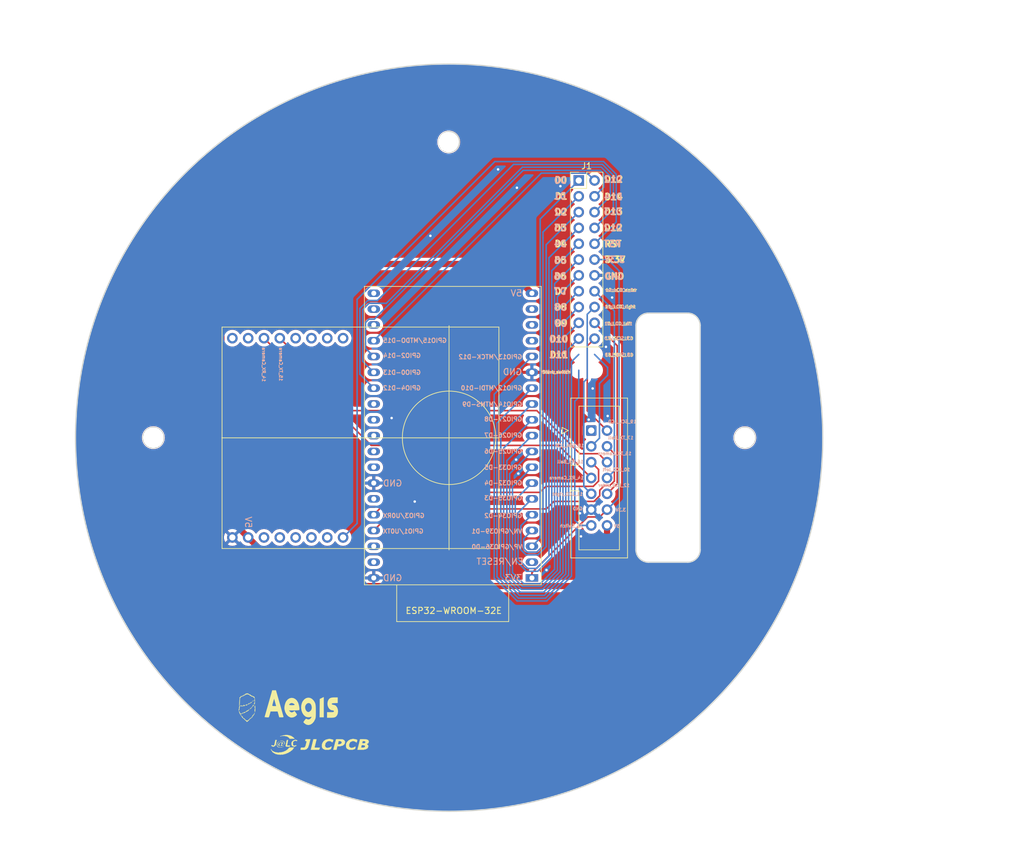
<source format=kicad_pcb>
(kicad_pcb (version 20221018) (generator pcbnew)
  (layers (0 "F.Cu" signal) (31 "B.Cu" signal) (34 "B.Paste" user) (35 "F.Paste" user) (36 "B.SilkS" user "B.Silkscreen") (37 "F.SilkS" user "F.Silkscreen") (38 "B.Mask" user) (39 "F.Mask" user) (44 "Edge.Cuts" user))
  (net 0 "")
  (net 1 "+3.3V")
  (net 3 "D0")
  (net 4 "D1")
  (net 5 "D2")
  (net 6 "D3")
  (net 7 "D4")
  (net 8 "D5")
  (net 9 "D6")
  (net 10 "D7")
  (net 11 "D8")
  (net 12 "D9")
  (net 13 "D10")
  (net 14 "GND")
  (net 15 "D11")
  (net 19 "+5V")
  (net 20 "IR_bored_TX")
  (net 21 "IR_bored_RX")
  (net 23 "D12")
  (net 24 "D13")
  (net 25 "D14")
  (net 26 "D15")
  (net 31 "TX_camera")
  (net 32 "RX_camera")
  (net 35 "RST")
  (net 52 "SCL_LCD")
  (net 53 "SDA_LCD")
  (net 54 "Start_switch")
  (net 55 "Data_IR_sensor")
  (net 56 "LCD-TeensyD10")
  (net 57 "LCD-TeensyD11")
  (net 58 "LCD-TeensyD12")
  (net 59 "IR_Data6_Upside")
  (net 60 "S0")
  (net 61 "S1")
  (net 62 "S2")
  (net 63 "S3")
  (net 64 "E")
  (net 65 "IR_Data1_Upside")
  (net 66 "IR_Data2_Upside")
  (net 67 "IR_Data3_Upside")
  (net 68 "IR_Data4_Upside")
  (net 69 "IR_Data5_Upside")
  (footprint "JLCPCB:JLCPCB" (layer "F.Cu") (at 99.223392 150.081861)
    (fp_text reference "G***" hide)
    (fp_text value "LOGO" hide)
  )
  (footprint "Connector_PinHeader_2.54mm:PinHeader_2x11_P2.54mm_Vertical" (layer "F.Cu") (at 140.8938 59.4106)
    (fp_text reference "J1" (at 1.27 -2.33) (layer "F.SilkS"))
    (fp_text value "Conn_02x11_Odd_Even")
    (pad "1" thru_hole rect (at 0 0) (size 1.7 1.7) (drill 1) (layers "*.Cu" "*.Mask") (net 55 "Data_IR_sensor"))
    (pad "2" thru_hole oval (at 2.54 0) (size 1.7 1.7) (drill 1) (layers "*.Cu" "*.Mask") (net 59 "IR_Data6_Upside"))
    (pad "3" thru_hole oval (at 0 2.54) (size 1.7 1.7) (drill 1) (layers "*.Cu" "*.Mask") (net 60 "S0"))
    (pad "4" thru_hole oval (at 2.54 2.54) (size 1.7 1.7) (drill 1) (layers "*.Cu" "*.Mask") (net 54 "Start_switch"))
    (pad "5" thru_hole oval (at 0 5.08) (size 1.7 1.7) (drill 1) (layers "*.Cu" "*.Mask") (net 61 "S1"))
    (pad "6" thru_hole oval (at 2.54 5.08) (size 1.7 1.7) (drill 1) (layers "*.Cu" "*.Mask") (net 35 "RST"))
    (pad "7" thru_hole oval (at 0 7.62) (size 1.7 1.7) (drill 1) (layers "*.Cu" "*.Mask") (net 62 "S2"))
    (pad "8" thru_hole oval (at 2.54 7.62) (size 1.7 1.7) (drill 1) (layers "*.Cu" "*.Mask") (net 1 "+3.3V"))
    (pad "9" thru_hole oval (at 0 10.16) (size 1.7 1.7) (drill 1) (layers "*.Cu" "*.Mask") (net 63 "S3"))
    (pad "10" thru_hole oval (at 2.54 10.16) (size 1.7 1.7) (drill 1) (layers "*.Cu" "*.Mask") (net 14 "GND"))
    (pad "11" thru_hole oval (at 0 12.7) (size 1.7 1.7) (drill 1) (layers "*.Cu" "*.Mask") (net 64 "E"))
    (pad "12" thru_hole oval (at 2.54 12.7) (size 1.7 1.7) (drill 1) (layers "*.Cu" "*.Mask") (net 56 "LCD-TeensyD10"))
    (pad "13" thru_hole oval (at 0 15.24) (size 1.7 1.7) (drill 1) (layers "*.Cu" "*.Mask") (net 65 "IR_Data1_Upside"))
    (pad "14" thru_hole oval (at 2.54 15.24) (size 1.7 1.7) (drill 1) (layers "*.Cu" "*.Mask") (net 57 "LCD-TeensyD11"))
    (pad "15" thru_hole oval (at 0 17.78) (size 1.7 1.7) (drill 1) (layers "*.Cu" "*.Mask") (net 66 "IR_Data2_Upside"))
    (pad "16" thru_hole oval (at 2.54 17.78) (size 1.7 1.7) (drill 1) (layers "*.Cu" "*.Mask") (net 58 "LCD-TeensyD12"))
    (pad "17" thru_hole oval (at 0 20.32) (size 1.7 1.7) (drill 1) (layers "*.Cu" "*.Mask") (net 67 "IR_Data3_Upside"))
    (pad "18" thru_hole oval (at 2.54 20.32) (size 1.7 1.7) (drill 1) (layers "*.Cu" "*.Mask") (net 52 "SCL_LCD"))
    (pad "19" thru_hole oval (at 0 22.86) (size 1.7 1.7) (drill 1) (layers "*.Cu" "*.Mask") (net 68 "IR_Data4_Upside"))
    (pad "20" thru_hole oval (at 2.54 22.86) (size 1.7 1.7) (drill 1) (layers "*.Cu" "*.Mask") (net 53 "SDA_LCD"))
    (pad "21" thru_hole oval (at 0 25.4) (size 1.7 1.7) (drill 1) (layers "*.Cu" "*.Mask") (net 69 "IR_Data5_Upside"))
    (pad "22" thru_hole oval (at 2.54 25.4) (size 1.7 1.7) (drill 1) (layers "*.Cu" "*.Mask"))
  )
  (footprint "ESP32mod:ESP32-DevKitC" (layer "F.Cu") (at 133.3754 123.2408 180)
    (fp_text reference "ESP1" hide)
    (fp_text value "~" hide)
    (fp_text user "GPIO14/MTMS-D9" (at 1.5 27.88728 unlocked) (layer "B.SilkS") (effects (font (size 0.7 0.7)) (justify left mirror)))
    (fp_text user "GND" (at 1.5 33.08728 unlocked) (layer "B.SilkS") (effects (justify left mirror)))
    (fp_text user "GPIO3/U0RX" (at 24 10 unlocked) (layer "B.SilkS") (effects (font (size 0.7 0.7)) (justify right mirror)))
    (fp_text user "GPIO12/MTDI-D10" (at 1.5 30.5 unlocked) (layer "B.SilkS") (effects (font (size 0.7 0.7)) (justify left mirror)))
    (fp_text user "GPIO35-D3" (at 1.5 12.83728 unlocked) (layer "B.SilkS") (effects (font (size 0.7 0.7)) (justify left mirror)))
    (fp_text user "GPIO26-D7" (at 1.5 22.90728 unlocked) (layer "B.SilkS") (effects (font (size 0.7 0.7)) (justify left mirror)))
    (fp_text user "GPIO25-D6" (at 1.5 20.33728 unlocked) (layer "B.SilkS") (effects (font (size 0.7 0.7)) (justify left mirror)))
    (fp_text user "GPIO4-D12" (at 24 30.5 unlocked) (layer "B.SilkS") (effects (font (size 0.7 0.7)) (justify right mirror)))
    (fp_text user "VN/GPIO39-D1" (at 1.5 7.5 unlocked) (layer "B.SilkS") (effects (font (size 0.7 0.7)) (justify left mirror)))
    (fp_text user "GPIO32-D4" (at 1.5 15.24728 unlocked) (layer "B.SilkS") (effects (font (size 0.7 0.7)) (justify left mirror)))
    (fp_text user "GND" (at 24 15.20728 unlocked) (layer "B.SilkS") (effects (justify right mirror)))
    (fp_text user "GPIO1/U0TX" (at 24 7.5 unlocked) (layer "B.SilkS") (effects (font (size 0.7 0.7)) (justify right mirror)))
    (fp_text user "5V" (at 1.5 45.73728 unlocked) (layer "B.SilkS") (effects (justify left mirror)))
    (fp_text user "3V3" (at 1.5 0 unlocked) (layer "B.SilkS") (effects (justify left mirror)))
    (fp_text user "GPIO15/MTDO-D15" (at 24 38.12728 unlocked) (layer "B.SilkS") (effects (font (size 0.7 0.7)) (justify right mirror)))
    (fp_text user "GPIO13/MTCK-D12" (at 1.5 35.5 unlocked) (layer "B.SilkS") (effects (font (size 0.7 0.7)) (justify left mirror)))
    (fp_text user "GPIO0-D13" (at 24 33 unlocked) (layer "B.SilkS") (effects (font (size 0.7 0.7)) (justify right mirror)))
    (fp_text user "GPIO34-D2" (at 1.5 10 unlocked) (layer "B.SilkS") (effects (font (size 0.7 0.7)) (justify left mirror)))
    (fp_text user "GPIO2-D14" (at 24 35.70728 unlocked) (layer "B.SilkS") (effects (font (size 0.7 0.7)) (justify right mirror)))
    (fp_text user "GPIO27-D8" (at 1.5 25.5 unlocked) (layer "B.SilkS") (effects (font (size 0.7 0.7)) (justify left mirror)))
    (fp_text user "EN/RESET" (at 9 2.63728 unlocked) (layer "B.SilkS") (effects (justify right mirror)))
    (fp_text user "GND" (at 24 0 unlocked) (layer "B.SilkS") (effects (justify right mirror)))
    (fp_text user "VP/GPIO36-D0" (at 1.5 5 unlocked) (layer "B.SilkS") (effects (font (size 0.7 0.7)) (justify left mirror)))
    (fp_text user "GPIO33-D5" (at 1.5 17.74728 unlocked) (layer "B.SilkS") (effects (font (size 0.7 0.7)) (justify left mirror)))
    (pad "1" thru_hole rect (at 0 0 90) (size 1.2 2) (drill 0.8) (layers "*.Cu" "*.Mask") (net 1 "+3.3V"))
    (pad "2" thru_hole oval (at 0 2.54 90) (size 1.2 2) (drill 0.8) (layers "*.Cu" "*.Mask"))
    (pad "3" thru_hole oval (at 0 5.08 90) (size 1.2 2) (drill 0.8) (layers "*.Cu" "*.Mask") (net 3 "D0"))
    (pad "4" thru_hole oval (at 0 7.62 90) (size 1.2 2) (drill 0.8) (layers "*.Cu" "*.Mask") (net 4 "D1"))
    (pad "5" thru_hole oval (at 0 10.16 90) (size 1.2 2) (drill 0.8) (layers "*.Cu" "*.Mask") (net 5 "D2"))
    (pad "6" thru_hole oval (at 0 12.7 90) (size 1.2 2) (drill 0.8) (layers "*.Cu" "*.Mask") (net 6 "D3"))
    (pad "7" thru_hole oval (at 0 15.24 90) (size 1.2 2) (drill 0.8) (layers "*.Cu" "*.Mask") (net 7 "D4"))
    (pad "8" thru_hole oval (at 0 17.78 90) (size 1.2 2) (drill 0.8) (layers "*.Cu" "*.Mask") (net 8 "D5"))
    (pad "9" thru_hole oval (at 0 20.32 90) (size 1.2 2) (drill 0.8) (layers "*.Cu" "*.Mask") (net 9 "D6"))
    (pad "10" thru_hole oval (at 0 22.86 90) (size 1.2 2) (drill 0.8) (layers "*.Cu" "*.Mask") (net 10 "D7"))
    (pad "11" thru_hole oval (at 0 25.4 90) (size 1.2 2) (drill 0.8) (layers "*.Cu" "*.Mask") (net 11 "D8"))
    (pad "12" thru_hole oval (at 0 27.94 90) (size 1.2 2) (drill 0.8) (layers "*.Cu" "*.Mask") (net 12 "D9"))
    (pad "13" thru_hole oval (at 0 30.48 90) (size 1.2 2) (drill 0.8) (layers "*.Cu" "*.Mask") (net 13 "D10"))
    (pad "14" thru_hole oval (at 0 33.02 90) (size 1.2 2) (drill 0.8) (layers "*.Cu" "*.Mask") (net 14 "GND"))
    (pad "15" thru_hole oval (at 0 35.56 90) (size 1.2 2) (drill 0.8) (layers "*.Cu" "*.Mask") (net 15 "D11"))
    (pad "16" thru_hole oval (at 0 38.1 90) (size 1.2 2) (drill 0.8) (layers "*.Cu" "*.Mask"))
    (pad "17" thru_hole oval (at 0 40.64 90) (size 1.2 2) (drill 0.8) (layers "*.Cu" "*.Mask"))
    (pad "18" thru_hole oval (at 0 43.18 90) (size 1.2 2) (drill 0.8) (layers "*.Cu" "*.Mask"))
    (pad "19" thru_hole oval (at 0 45.72 90) (size 1.2 2) (drill 0.8) (layers "*.Cu" "*.Mask") (net 19 "+5V"))
    (pad "20" thru_hole oval (at 25.39632 45.71728 90) (size 1.2 2) (drill 0.8) (layers "*.Cu" "*.Mask"))
    (pad "21" thru_hole oval (at 25.39632 43.17728 90) (size 1.2 2) (drill 0.8) (layers "*.Cu" "*.Mask"))
    (pad "22" thru_hole oval (at 25.4 40.64 90) (size 1.2 2) (drill 0.8) (layers "*.Cu" "*.Mask"))
    (pad "23" thru_hole oval (at 25.4 38.1 90) (size 1.2 2) (drill 0.8) (layers "*.Cu" "*.Mask") (net 26 "D15"))
    (pad "24" thru_hole oval (at 25.4 35.56 90) (size 1.2 2) (drill 0.8) (layers "*.Cu" "*.Mask") (net 25 "D14"))
    (pad "25" thru_hole oval (at 25.4 33.02 90) (size 1.2 2) (drill 0.8) (layers "*.Cu" "*.Mask") (net 24 "D13"))
    (pad "26" thru_hole oval (at 25.4 30.48 90) (size 1.2 2) (drill 0.8) (layers "*.Cu" "*.Mask") (net 23 "D12"))
    (pad "27" thru_hole oval (at 25.4 27.94 90) (size 1.2 2) (drill 0.8) (layers "*.Cu" "*.Mask"))
    (pad "28" thru_hole oval (at 25.4 25.4 90) (size 1.2 2) (drill 0.8) (layers "*.Cu" "*.Mask"))
    (pad "29" thru_hole oval (at 25.4 22.86 90) (size 1.2 2) (drill 0.8) (layers "*.Cu" "*.Mask"))
    (pad "30" thru_hole oval (at 25.4 20.32 90) (size 1.2 2) (drill 0.8) (layers "*.Cu" "*.Mask"))
    (pad "31" thru_hole oval (at 25.4 17.78 90) (size 1.2 2) (drill 0.8) (layers "*.Cu" "*.Mask"))
    (pad "32" thru_hole oval (at 25.4 15.24 90) (size 1.2 2) (drill 0.8) (layers "*.Cu" "*.Mask") (net 14 "GND"))
    (pad "33" thru_hole oval (at 25.4 12.7 90) (size 1.2 2) (drill 0.8) (layers "*.Cu" "*.Mask"))
    (pad "34" thru_hole oval (at 25.4 10.16 90) (size 1.2 2) (drill 0.8) (layers "*.Cu" "*.Mask") (net 21 "IR_bored_RX"))
    (pad "35" thru_hole oval (at 25.4 7.62 90) (size 1.2 2) (drill 0.8) (layers "*.Cu" "*.Mask") (net 20 "IR_bored_TX"))
    (pad "36" thru_hole oval (at 25.4 5.08 90) (size 1.2 2) (drill 0.8) (layers "*.Cu" "*.Mask"))
    (pad "37" thru_hole oval (at 25.4 2.54 90) (size 1.2 2) (drill 0.8) (layers "*.Cu" "*.Mask"))
    (pad "38" thru_hole oval (at 25.4 0 90) (size 1.2 2) (drill 0.8) (layers "*.Cu" "*.Mask") (net 14 "GND"))
  )
  (footprint "MountingHole:MountingHole_3.2mm_M3" (layer "F.Cu") (at 72.58 100.71)
    (fp_text reference "REF**" hide)
    (fp_text value "MountingHole_3.2mm_M3")
    (pad "" np_thru_hole circle (at 0 0) (size 3.2 3.2) (drill 3.2) (layers "F&B.Cu" "*.Mask"))
  )
  (footprint "MountingHole:MountingHole_3.2mm_M3" (layer "F.Cu") (at 120.02 53.23)
    (fp_text reference "REF**" hide)
    (fp_text value "MountingHole_3.2mm_M3")
    (pad "" np_thru_hole circle (at 0 0) (size 3.2 3.2) (drill 3.2) (layers "*.Cu" "*.Mask"))
  )
  (footprint "Connector_IDC:IDC-Header_2x07_P2.54mm_Vertical" (layer "F.Cu") (at 142.9004 99.568)
    (fp_text reference "J2" hide)
    (fp_text value "Conn_02x07_Top_Bottom")
    (pad "1" thru_hole roundrect (at 0 0) (size 1.7 1.7) (drill 1) (layers "*.Cu" "*.Mask") (roundrect_rratio 0.1470588235))
    (pad "2" thru_hole circle (at 2.54 0) (size 1.7 1.7) (drill 1) (layers "*.Cu" "*.Mask") (net 52 "SCL_LCD"))
    (pad "3" thru_hole circle (at 0 2.54) (size 1.7 1.7) (drill 1) (layers "*.Cu" "*.Mask") (net 53 "SDA_LCD"))
    (pad "4" thru_hole circle (at 2.54 2.54) (size 1.7 1.7) (drill 1) (layers "*.Cu" "*.Mask") (net 20 "IR_bored_TX"))
    (pad "5" thru_hole circle (at 0 5.08) (size 1.7 1.7) (drill 1) (layers "*.Cu" "*.Mask") (net 21 "IR_bored_RX"))
    (pad "6" thru_hole circle (at 2.54 5.08) (size 1.7 1.7) (drill 1) (layers "*.Cu" "*.Mask") (net 31 "TX_camera"))
    (pad "7" thru_hole circle (at 0 7.62) (size 1.7 1.7) (drill 1) (layers "*.Cu" "*.Mask") (net 32 "RX_camera"))
    (pad "8" thru_hole circle (at 2.54 7.62) (size 1.7 1.7) (drill 1) (layers "*.Cu" "*.Mask") (net 56 "LCD-TeensyD10"))
    (pad "9" thru_hole circle (at 0 10.16) (size 1.7 1.7) (drill 1) (layers "*.Cu" "*.Mask") (net 57 "LCD-TeensyD11"))
    (pad "10" thru_hole circle (at 2.54 10.16) (size 1.7 1.7) (drill 1) (layers "*.Cu" "*.Mask") (net 58 "LCD-TeensyD12"))
    (pad "11" thru_hole circle (at 0 12.7) (size 1.7 1.7) (drill 1) (layers "*.Cu" "*.Mask") (net 14 "GND"))
    (pad "12" thru_hole circle (at 2.54 12.7) (size 1.7 1.7) (drill 1) (layers "*.Cu" "*.Mask") (net 1 "+3.3V"))
    (pad "13" thru_hole circle (at 0 15.24) (size 1.7 1.7) (drill 1) (layers "*.Cu" "*.Mask") (net 54 "Start_switch"))
    (pad "14" thru_hole circle (at 2.54 15.24) (size 1.7 1.7) (drill 1) (layers "*.Cu" "*.Mask") (net 19 "+5V"))
  )
  (footprint "Aegis:ver4" (layer "F.Cu") (at 93.914792 143.884261)
    (fp_text reference "G***" hide)
    (fp_text value "LOGO" hide)
  )
  (footprint "MountingHole:MountingHole_3.2mm_M3" (layer "F.Cu") (at 167.57 100.72)
    (fp_text reference "REF**" hide)
    (fp_text value "MountingHole_3.2mm_M3")
    (pad "" np_thru_hole circle (at 0 0) (size 3.2 3.2) (drill 3.2) (layers "F&B.Cu" "*.Mask"))
  )
  (footprint "Open_MV:OpenMV" (layer "F.Cu") (at 128.0668 100.7364 -90)
    (fp_text reference "U17" hide)
    (fp_text value "open_mv")
    (pad "1" thru_hole circle (at -16 25.019 270) (size 1.7 1.7) (drill 1) (layers "*.Cu" "*.Mask"))
    (pad "2" thru_hole circle (at -16 27.559 270) (size 1.7 1.7) (drill 1) (layers "*.Cu" "*.Mask"))
    (pad "3" thru_hole circle (at -16 30.099 270) (size 1.7 1.7) (drill 1) (layers "*.Cu" "*.Mask"))
    (pad "4" thru_hole circle (at -16 32.639 270) (size 1.7 1.7) (drill 1) (layers "*.Cu" "*.Mask"))
    (pad "5" thru_hole circle (at -16 35.179 270) (size 1.7 1.7) (drill 1) (layers "*.Cu" "*.Mask") (net 31 "TX_camera"))
    (pad "6" thru_hole circle (at -16 37.719 270) (size 1.7 1.7) (drill 1) (layers "*.Cu" "*.Mask") (net 32 "RX_camera"))
    (pad "7" thru_hole circle (at -16 40.259 270) (size 1.7 1.7) (drill 1) (layers "*.Cu" "*.Mask"))
    (pad "8" thru_hole circle (at -16 42.799 270) (size 1.7 1.7) (drill 1) (layers "*.Cu" "*.Mask"))
    (pad "9" thru_hole circle (at 16 25.019 270) (size 1.7 1.7) (drill 1) (layers "*.Cu" "*.Mask") (net 35 "RST"))
    (pad "10" thru_hole circle (at 16 27.559 270) (size 1.7 1.7) (drill 1) (layers "*.Cu" "*.Mask"))
    (pad "11" thru_hole circle (at 16 30.099 270) (size 1.7 1.7) (drill 1) (layers "*.Cu" "*.Mask"))
    (pad "12" thru_hole circle (at 16 32.639 270) (size 1.7 1.7) (drill 1) (layers "*.Cu" "*.Mask"))
    (pad "13" thru_hole circle (at 16 35.179 270) (size 1.7 1.7) (drill 1) (layers "*.Cu" "*.Mask"))
    (pad "14" thru_hole circle (at 16 37.719 270) (size 1.7 1.7) (drill 1) (layers "*.Cu" "*.Mask"))
    (pad "15" thru_hole circle (at 16 40.259 270) (size 1.7 1.7) (drill 1) (layers "*.Cu" "*.Mask") (net 19 "+5V"))
    (pad "16" thru_hole circle (at 16 42.799 270) (size 1.7 1.7) (drill 1) (layers "*.Cu" "*.Mask") (net 14 "GND"))
  )
  (gr_line (start 160.391289 82.71) (end 160.391289 118.71) (stroke (width 0.2)) (layer "Edge.Cuts"))
  (gr_line (start 150.08 118.71) (end 150.08 82.71) (stroke (width 0.2)) (layer "Edge.Cuts"))
  (gr_circle (center 72.58 100.71) (end 70.93 100.71) (stroke (width 0.2)) (fill none) (layer "Edge.Cuts"))
  (gr_arc (start 160.391289 118.71) (mid 159.805503 120.124214) (end 158.391289 120.71) (stroke (width 0.2)) (layer "Edge.Cuts"))
  (gr_arc (start 150.08 82.71) (mid 150.665786 81.295786) (end 152.08 80.71) (stroke (width 0.2)) (layer "Edge.Cuts"))
  (gr_arc (start 158.391289 80.71) (mid 159.805503 81.295786) (end 160.391289 82.71) (stroke (width 0.2)) (layer "Edge.Cuts"))
  (gr_line (start 158.391289 120.71) (end 152.08 120.71) (stroke (width 0.2)) (layer "Edge.Cuts"))
  (gr_circle (center 120.08 53.21) (end 118.43 53.21) (stroke (width 0.2)) (fill none) (layer "Edge.Cuts"))
  (gr_line (start 152.08 80.71) (end 158.391289 80.71) (stroke (width 0.2)) (layer "Edge.Cuts"))
  (gr_arc (start 152.08 120.71) (mid 150.665786 120.124214) (end 150.08 118.71) (stroke (width 0.2)) (layer "Edge.Cuts"))
  (gr_circle (center 167.58 100.71) (end 165.93 100.71) (stroke (width 0.2)) (fill none) (layer "Edge.Cuts"))
  (gr_circle (center 120.08 100.71) (end 60.08 100.71) (stroke (width 0.2)) (fill none) (layer "Edge.Cuts"))
  (gr_text "15_TX_Camera" (at 149.4286 103.5444) (layer "B.SilkS") (effects (font (size 0.5 0.5) (thickness 0.125) bold) (justify left bottom mirror)))
  (gr_text "D14" (at 148.0566 62.611) (layer "B.SilkS") (effects (font (size 1 1) (thickness 0.25) bold) (justify left bottom mirror)))
  (gr_text "D6" (at 139.0142 75.3872) (layer "B.SilkS") (effects (font (size 1 1) (thickness 0.25) bold) (justify left bottom mirror)))
  (gr_text "11_LCD_right\n" (at 150.0378 79.9592) (layer "B.SilkS") (effects (font (size 0.5 0.5) (thickness 0.125) bold) (justify left bottom mirror)))
  (gr_text "17_TX_Ball" (at 149.7486 101.0244) (layer "B.SilkS") (effects (font (size 0.5 0.5) (thickness 0.125) bold) (justify left bottom mirror)))
  (gr_text "D12" (at 148.0058 67.5894) (layer "B.SilkS") (effects (font (size 1 1) (thickness 0.25) bold) (justify left bottom mirror)))
  (gr_text "D13\n" (at 148.0058 64.9732) (layer "B.SilkS") (effects (font (size 1 1) (thickness 0.25) bold) (justify left bottom mirror)))
  (gr_text "11_LCD_right\n" (at 141.6086 110.0644) (layer "B.SilkS") (effects (font (size 0.5 0.5) (thickness 0.125) bold) (justify left bottom mirror)))
  (gr_text "15_TX_Camera" (at 92.7608 91.694 -90) (layer "B.SilkS") (effects (font (size 0.5 0.5) (thickness 0.125) bold) (justify left bottom mirror)))
  (gr_text "Start_switch" (at 139.3952 90.4494) (layer "B.SilkS") (effects (font (size 0.5 0.5) (thickness 0.125) bold) (justify left bottom mirror)))
  (gr_text "16_RX_Ball" (at 141.7086 104.8744) (layer "B.SilkS") (effects (font (size 0.5 0.5) (thickness 0.125) bold) (justify left bottom mirror)))
  (gr_text "D10" (at 139.2428 85.471) (layer "B.SilkS") (effects (font (size 1 1) (thickness 0.25) bold) (justify left bottom mirror)))
  (gr_text "D4" (at 139.065 70.1548) (layer "B.SilkS") (effects (font (size 1 1) (thickness 0.25) bold) (justify left bottom mirror)))
  (gr_text "23_Switch\n" (at 141.6786 115.1644) (layer "B.SilkS") (effects (font (size 0.5 0.5) (thickness 0.125) bold) (justify left bottom mirror)))
  (gr_text "14_RX_Camera" (at 141.7486 107.4544) (layer "B.SilkS") (effects (font (size 0.5 0.5) (thickness 0.125) bold) (justify left bottom mirror)))
  (gr_text "10_LCD_left\n" (at 149.5806 82.7024) (layer "B.SilkS") (effects (font (size 0.5 0.5) (thickness 0.125) bold) (justify left bottom mirror)))
  (gr_text "D12" (at 148.0312 59.817) (layer "B.SilkS") (effects (font (size 1 1) (thickness 0.25) bold) (justify left bottom mirror)))
  (gr_text "19_SCL_LCD" (at 149.5806 85.0392) (layer "B.SilkS") (effects (font (size 0.5 0.5) (thickness 0.125) bold) (justify left bottom mirror)))
  (gr_text "D5" (at 139.065 72.7964) (layer "B.SilkS") (effects (font (size 1 1) (thickness 0.25) bold) (justify left bottom mirror)))
  (gr_text "D8" (at 139.065 80.3402) (layer "B.SilkS") (effects (font (size 1 1) (thickness 0.25) bold) (justify left bottom mirror)))
  (gr_text "18_SDA_LCD" (at 141.7886 102.2744) (layer "B.SilkS") (effects (font (size 0.5 0.5) (thickness 0.125) bold) (justify left bottom mirror)))
  (gr_text "RST\n" (at 147.8534 70.1548) (layer "B.SilkS") (effects (font (size 1 1) (thickness 0.25) bold) (justify left bottom mirror)))
  (gr_text "12_LCD_enter\n" (at 149.1286 108.6644) (layer "B.SilkS") (effects (font (size 0.5 0.5) (thickness 0.125) bold) (justify left bottom mirror)))
  (gr_text "D9" (at 139.0904 82.931) (layer "B.SilkS") (effects (font (size 1 1) (thickness 0.25) bold) (justify left bottom mirror)))
  (gr_text "18_SDA_LCD" (at 149.6822 87.6808) (layer "B.SilkS") (effects (font (size 0.5 0.5) (thickness 0.125) bold) (justify left bottom mirror)))
  (gr_text "GND" (at 141.5686 112.4144) (layer "B.SilkS") (effects (font (size 0.5 0.5) (thickness 0.125) bold) (justify left bottom mirror)))
  (gr_text "GND" (at 148.2344 75.3872) (layer "B.SilkS") (effects (font (size 1 1) (thickness 0.25) bold) (justify left bottom mirror)))
  (gr_text "D11" (at 139.2174 87.9856) (layer "B.SilkS") (effects (font (size 1 1) (thickness 0.25) bold) (justify left bottom mirror)))
  (gr_text "10_LCD_left\n" (at 149.2086 106.1344) (layer "B.SilkS") (effects (font (size 0.5 0.5) (thickness 0.125) bold) (justify left bottom mirror)))
  (gr_text "D0" (at 139.0904 59.9694) (layer "B.SilkS") (effects (font (size 1 1) (thickness 0.25) bold) (justify left bottom mirror)))
  (gr_text "12_LCD_enter\n" (at 150.2156 77.3176) (layer "B.SilkS") (effects (font (size 0.5 0.5) (thickness 0.125) bold) (justify left bottom mirror)))
  (gr_text "D2" (at 139.0904 65.1002) (layer "B.SilkS") (effects (font (size 1 1) (thickness 0.25) bold) (justify left bottom mirror)))
  (gr_text "5V" (at 147.5486 115.2144) (layer "B.SilkS") (effects (font (size 0.5 0.5) (thickness 0.125) bold) (justify left bottom mirror)))
  (gr_text "D7" (at 139.0396 77.7748) (layer "B.SilkS") (effects (font (size 1 1) (thickness 0.25) bold) (justify left bottom mirror)))
  (gr_text "D3" (at 139.065 67.6148) (layer "B.SilkS") (effects (font (size 1 1) (thickness 0.25) bold) (justify left bottom mirror)))
  (gr_text "14_RX_Camera" (at 90.0176 91.7956 -90) (layer "B.SilkS") (effects (font (size 0.5 0.5) (thickness 0.125) bold) (justify left bottom mirror)))
  (gr_text "3.3V" (at 148.4376 72.6948) (layer "B.SilkS") (effects (font (size 1 1) (thickness 0.25) bold) (justify left bottom mirror)))
  (gr_text "3.3V" (at 148.5386 112.6044) (layer "B.SilkS") (effects (font (size 0.5 0.5) (thickness 0.125) bold) (justify left bottom mirror)))
  (gr_text "19_SCL_LCD" (at 150.2286 98.4344) (layer "B.SilkS") (effects (font (size 0.5 0.5) (thickness 0.125) bold) (justify left bottom mirror)))
  (gr_text "D1\n" (at 139.0142 62.5094) (layer "B.SilkS") (effects (font (size 1 1) (thickness 0.25) bold) (justify left bottom mirror)))
  (gr_text "5V" (at 87.8332 115.2906 -90) (layer "B.SilkS") (effects (font (size 1 1)) (justify left mirror)))
  (gr_text "D1\n" (at 136.9314 62.5348) (layer "F.SilkS") (effects (font (size 1 1) (thickness 0.25) bold) (justify left bottom)))
  (gr_text "D9" (at 136.9314 82.931) (layer "F.SilkS") (effects (font (size 1 1) (thickness 0.25) bold) (justify left bottom)))
  (gr_text "D3" (at 136.8298 67.6148) (layer "F.SilkS") (effects (font (size 1 1) (thickness 0.25) bold) (justify left bottom)))
  (gr_text "D11" (at 136.0932 88.011) (layer "F.SilkS") (effects (font (size 1 1) (thickness 0.25) bold) (justify left bottom)))
  (gr_text "D12" (at 144.8308 67.5894) (layer "F.SilkS") (effects (font (size 1 1) (thickness 0.25) bold) (justify left bottom)))
  (gr_text "12_LCD_enter\n" (at 145.1356 77.2922) (layer "F.SilkS") (effects (font (size 0.5 0.5) (thickness 0.125) bold) (justify left bottom)))
  (gr_text "D8" (at 136.8806 80.3402) (layer "F.SilkS") (effects (font (size 1 1) (thickness 0.25) bold) (justify left bottom)))
  (gr_text "Start_switch" (at 134.9756 90.4748) (layer "F.SilkS") (effects (font (size 0.5 0.5) (thickness 0.125) bold) (justify left bottom)))
  (gr_text "18_SDA_LCD" (at 145.0594 87.7316) (layer "F.SilkS") (effects (font (size 0.5 0.5) (thickness 0.125) bold) (justify left bottom)))
  (gr_text "D0" (at 136.8806 59.944) (layer "F.SilkS") (effects (font (size 1 1) (thickness 0.25) bold) (justify left bottom)))
  (gr_text "3.3V" (at 144.9324 72.6948) (layer "F.SilkS") (effects (font (size 1 1) (thickness 0.25) bold) (justify left bottom)))
  (gr_text "GND" (at 144.9578 75.3872) (layer "F.SilkS") (effects (font (size 1 1) (thickness 0.25) bold) (justify left bottom)))
  (gr_text "11_LCD_right\n" (at 145.0848 79.9846) (layer "F.SilkS") (effects (font (size 0.5 0.5) (thickness 0.125) bold) (justify left bottom)))
  (gr_text "D5" (at 136.8298 72.8218) (layer "F.SilkS") (effects (font (size 1 1) (thickness 0.25) bold) (justify left bottom)))
  (gr_text "D4" (at 136.8806 70.1802) (layer "F.SilkS") (effects (font (size 1 1) (thickness 0.25) bold) (justify left bottom)))
  (gr_text "RST\n" (at 144.8562 70.1802) (layer "F.SilkS") (effects (font (size 1 1) (thickness 0.25) bold) (justify left bottom)))
  (gr_text "D10" (at 136.0932 85.471) (layer "F.SilkS") (effects (font (size 1 1) (thickness 0.25) bold) (justify left bottom)))
  (gr_text "D6" (at 136.8298 75.3872) (layer "F.SilkS") (effects (font (size 1 1) (thickness 0.25) bold) (justify left bottom)))
  (gr_text "D7" (at 136.8806 77.8002) (layer "F.SilkS") (effects (font (size 1 1) (thickness 0.25) bold) (justify left bottom)))
  (gr_text "D14" (at 144.8816 62.6364) (layer "F.SilkS") (effects (font (size 1 1) (thickness 0.25) bold) (justify left bottom)))
  (gr_text "D13\n" (at 144.8562 64.9986) (layer "F.SilkS") (effects (font (size 1 1) (thickness 0.25) bold) (justify left bottom)))
  (gr_text "D12" (at 144.8816 59.817) (layer "F.SilkS") (effects (font (size 1 1) (thickness 0.25) bold) (justify left bottom)))
  (gr_text "10_LCD_left\n" (at 144.9578 82.7024) (layer "F.SilkS") (effects (font (size 0.5 0.5) (thickness 0.125) bold) (justify left bottom)))
  (gr_text "D2" (at 136.906 65.0494) (layer "F.SilkS") (effects (font (size 1 1) (thickness 0.25) bold) (justify left bottom)))
  (gr_text "ESP32-WROOM-32E\n" (at 120.8278 128.4986) (layer "F.SilkS") (effects (font (size 1 1))))
  (gr_text "19_SCL_LCD" (at 145.0594 85.0646) (layer "F.SilkS") (effects (font (size 0.5 0.5) (thickness 0.125) bold) (justify left bottom)))
  (segment (start 142.341348 113.443) (end 133.3754 122.408948) (width 0.25) (layer "F.Cu") (net 1))
  (segment (start 145.4404 112.268) (end 144.2654 113.443) (width 0.25) (layer "F.Cu") (net 1))
  (segment (start 144.2654 113.443) (end 142.341348 113.443) (width 0.25) (layer "F.Cu") (net 1))
  (segment (start 133.3754 122.408948) (end 133.3754 123.2408) (width 0.25) (layer "F.Cu") (net 1))
  (segment (start 147.3708 73.914) (end 147.3708 110.3376) (width 0.25) (layer "B.Cu") (net 1))
  (segment (start 143.4338 72.1106) (end 145.5674 72.1106) (width 0.25) (layer "B.Cu") (net 1))
  (segment (start 145.5674 72.1106) (end 147.3708 73.914) (width 0.25) (layer "B.Cu") (net 1))
  (segment (start 147.3708 110.3376) (end 145.4404 112.268) (width 0.25) (layer "B.Cu") (net 1))
  (segment (start 134.7004 65.604) (end 134.7004 66.5184) (width 0.25) (layer "B.Cu") (net 3))
  (segment (start 134.7004 66.5184) (end 134.7004 116.8358) (width 0.25) (layer "B.Cu") (net 3))
  (segment (start 134.7004 116.8358) (end 133.3754 118.1608) (width 0.25) (layer "B.Cu") (net 3))
  (segment (start 140.8938 59.4106) (end 134.7004 65.604) (width 0.25) (layer "B.Cu") (net 3))
  (segment (start 132.0504 116.9458) (end 132.0504 118.543948) (width 0.25) (layer "B.Cu") (net 4))
  (segment (start 135.1504 118.093948) (end 135.1504 68.6084) (width 0.25) (layer "B.Cu") (net 4))
  (segment (start 133.3754 115.6208) (end 132.0504 116.9458) (width 0.25) (layer "B.Cu") (net 4))
  (segment (start 135.1504 67.694) (end 135.1504 68.6084) (width 0.25) (layer "B.Cu") (net 4))
  (segment (start 134.158548 119.0858) (end 135.1504 118.093948) (width 0.25) (layer "B.Cu") (net 4))
  (segment (start 132.0504 118.543948) (end 132.592252 119.0858) (width 0.25) (layer "B.Cu") (net 4))
  (segment (start 140.8938 61.9506) (end 135.1504 67.694) (width 0.25) (layer "B.Cu") (net 4))
  (segment (start 132.592252 119.0858) (end 134.158548 119.0858) (width 0.25) (layer "B.Cu") (net 4))
  (segment (start 131.6004 114.8558) (end 133.3754 113.0808) (width 0.25) (layer "B.Cu") (net 5))
  (segment (start 134.344944 119.5358) (end 132.405856 119.5358) (width 0.25) (layer "B.Cu") (net 5))
  (segment (start 135.6614 70.6374) (end 135.6614 70.9168) (width 0.25) (layer "B.Cu") (net 5))
  (segment (start 135.6614 69.723) (end 135.6614 70.9168) (width 0.25) (layer "B.Cu") (net 5))
  (segment (start 135.6614 70.9168) (end 135.6614 118.219344) (width 0.25) (layer "B.Cu") (net 5))
  (segment (start 135.6614 118.219344) (end 134.344944 119.5358) (width 0.25) (layer "B.Cu") (net 5))
  (segment (start 132.405856 119.5358) (end 131.6004 118.730344) (width 0.25) (layer "B.Cu") (net 5))
  (segment (start 131.6004 118.730344) (end 131.6004 114.8558) (width 0.25) (layer "B.Cu") (net 5))
  (segment (start 140.8938 64.4906) (end 135.6614 69.723) (width 0.25) (layer "B.Cu") (net 5))
  (segment (start 131.1504 112.7658) (end 131.1504 120.183948) (width 0.25) (layer "B.Cu") (net 6))
  (segment (start 136.1114 119.7174) (end 136.1114 72.7274) (width 0.25) (layer "B.Cu") (net 6))
  (segment (start 132.683252 121.7168) (end 134.112 121.7168) (width 0.25) (layer "B.Cu") (net 6))
  (segment (start 131.1504 120.183948) (end 132.683252 121.7168) (width 0.25) (layer "B.Cu") (net 6))
  (segment (start 133.3754 110.5408) (end 131.1504 112.7658) (width 0.25) (layer "B.Cu") (net 6))
  (segment (start 140.8938 67.0306) (end 136.1114 71.813) (width 0.25) (layer "B.Cu") (net 6))
  (segment (start 136.1114 71.813) (end 136.1114 72.7274) (width 0.25) (layer "B.Cu") (net 6))
  (segment (start 134.112 121.7168) (end 136.1114 119.7174) (width 0.25) (layer "B.Cu") (net 6))
  (segment (start 136.5614 119.903796) (end 134.298396 122.1668) (width 0.25) (layer "B.Cu") (net 7))
  (segment (start 136.5614 73.903) (end 136.5614 74.8174) (width 0.25) (layer "B.Cu") (net 7))
  (segment (start 130.7004 120.370344) (end 130.7004 110.6758) (width 0.25) (layer "B.Cu") (net 7))
  (segment (start 134.298396 122.1668) (end 132.496856 122.1668) (width 0.25) (layer "B.Cu") (net 7))
  (segment (start 136.5614 74.8174) (end 136.5614 119.903796) (width 0.25) (layer "B.Cu") (net 7))
  (segment (start 130.7004 110.6758) (end 133.3754 108.0008) (width 0.25) (layer "B.Cu") (net 7))
  (segment (start 140.8938 69.5706) (end 136.5614 73.903) (width 0.25) (layer "B.Cu") (net 7))
  (segment (start 132.496856 122.1668) (end 130.7004 120.370344) (width 0.25) (layer "B.Cu") (net 7))
  (segment (start 137.0114 75.993) (end 137.0114 76.9074) (width 0.25) (layer "B.Cu") (net 8))
  (segment (start 137.0114 121.8548) (end 137.0114 76.9074) (width 0.25) (layer "B.Cu") (net 8))
  (segment (start 132.0504 124.1658) (end 134.7004 124.1658) (width 0.25) (layer "B.Cu") (net 8))
  (segment (start 140.8938 72.1106) (end 137.0114 75.993) (width 0.25) (layer "B.Cu") (net 8))
  (segment (start 130.2504 122.3658) (end 132.0504 124.1658) (width 0.25) (layer "B.Cu") (net 8))
  (segment (start 134.7004 124.1658) (end 137.0114 121.8548) (width 0.25) (layer "B.Cu") (net 8))
  (segment (start 133.3754 105.4608) (end 130.2504 108.5858) (width 0.25) (layer "B.Cu") (net 8))
  (segment (start 130.2504 108.5858) (end 130.2504 122.3658) (width 0.25) (layer "B.Cu") (net 8))
  (segment (start 140.8938 74.6506) (end 137.4614 78.083) (width 0.25) (layer "B.Cu") (net 9))
  (segment (start 134.886796 124.6158) (end 131.864004 124.6158) (width 0.25) (layer "B.Cu") (net 9))
  (segment (start 137.4614 78.083) (end 137.4614 78.9974) (width 0.25) (layer "B.Cu") (net 9))
  (segment (start 129.8004 122.552196) (end 129.8004 106.4958) (width 0.25) (layer "B.Cu") (net 9))
  (segment (start 137.4614 78.9974) (end 137.4614 122.041196) (width 0.25) (layer "B.Cu") (net 9))
  (segment (start 129.8004 106.4958) (end 133.3754 102.9208) (width 0.25) (layer "B.Cu") (net 9))
  (segment (start 137.4614 122.041196) (end 134.886796 124.6158) (width 0.25) (layer "B.Cu") (net 9))
  (segment (start 131.864004 124.6158) (end 129.8004 122.552196) (width 0.25) (layer "B.Cu") (net 9))
  (segment (start 133.3754 100.3808) (end 129.3504 104.4058) (width 0.25) (layer "B.Cu") (net 10))
  (segment (start 135.073192 125.0658) (end 137.9114 122.227592) (width 0.25) (layer "B.Cu") (net 10))
  (segment (start 140.8938 77.1906) (end 137.9114 80.173) (width 0.25) (layer "B.Cu") (net 10))
  (segment (start 131.677608 125.0658) (end 135.073192 125.0658) (width 0.25) (layer "B.Cu") (net 10))
  (segment (start 129.3504 122.738592) (end 131.677608 125.0658) (width 0.25) (layer "B.Cu") (net 10))
  (segment (start 137.9114 122.227592) (end 137.9114 81.0874) (width 0.25) (layer "B.Cu") (net 10))
  (segment (start 137.9114 80.173) (end 137.9114 81.0874) (width 0.25) (layer "B.Cu") (net 10))
  (segment (start 129.3504 104.4058) (end 129.3504 122.738592) (width 0.25) (layer "B.Cu") (net 10))
  (segment (start 128.8288 102.3874) (end 133.3754 97.8408) (width 0.25) (layer "B.Cu") (net 11))
  (segment (start 131.502212 125.5268) (end 128.8288 122.853388) (width 0.25) (layer "B.Cu") (net 11))
  (segment (start 128.8288 122.853388) (end 128.8288 102.3874) (width 0.25) (layer "B.Cu") (net 11))
  (segment (start 138.3614 122.413988) (end 135.248588 125.5268) (width 0.25) (layer "B.Cu") (net 11))
  (segment (start 138.3614 82.263) (end 138.3614 122.413988) (width 0.25) (layer "B.Cu") (net 11))
  (segment (start 135.248588 125.5268) (end 131.502212 125.5268) (width 0.25) (layer "B.Cu") (net 11))
  (segment (start 140.8938 79.7306) (end 138.3614 82.263) (width 0.25) (layer "B.Cu") (net 11))
  (segment (start 128.3788 123.039784) (end 128.3788 100.2974) (width 0.25) (layer "B.Cu") (net 12))
  (segment (start 135.376984 126.0348) (end 131.373816 126.0348) (width 0.25) (layer "B.Cu") (net 12))
  (segment (start 138.8114 84.353) (end 138.8114 85.5726) (width 0.25) (layer "B.Cu") (net 12))
  (segment (start 131.373816 126.0348) (end 128.3788 123.039784) (width 0.25) (layer "B.Cu") (net 12))
  (segment (start 138.8114 85.2674) (end 138.8114 85.5726) (width 0.25) (layer "B.Cu") (net 12))
  (segment (start 138.8114 122.600384) (end 135.376984 126.0348) (width 0.25) (layer "B.Cu") (net 12))
  (segment (start 138.8114 85.5726) (end 138.8114 122.600384) (width 0.25) (layer "B.Cu") (net 12))
  (segment (start 140.8938 82.2706) (end 138.8114 84.353) (width 0.25) (layer "B.Cu") (net 12))
  (segment (start 128.3788 100.2974) (end 133.3754 95.3008) (width 0.25) (layer "B.Cu") (net 12))
  (segment (start 139.2614 86.443) (end 139.2614 122.78678) (width 0.25) (layer "B.Cu") (net 13))
  (segment (start 127.762 98.3742) (end 133.3754 92.7608) (width 0.25) (layer "B.Cu") (net 13))
  (segment (start 131.18742 126.4848) (end 127.762 123.05938) (width 0.25) (layer "B.Cu") (net 13))
  (segment (start 139.2614 122.78678) (end 135.56338 126.4848) (width 0.25) (layer "B.Cu") (net 13))
  (segment (start 127.762 123.05938) (end 127.762 98.3742) (width 0.25) (layer "B.Cu") (net 13))
  (segment (start 140.8938 84.8106) (end 139.2614 86.443) (width 0.25) (layer "B.Cu") (net 13))
  (segment (start 135.56338 126.4848) (end 131.18742 126.4848) (width 0.25) (layer "B.Cu") (net 13))
  (via (at 114.554 110.9726) (size 0.8) (drill 0.4) (layers "F.Cu" "B.Cu") (net 14))
  (via (at 137.9474 60.325) (size 0.8) (drill 0.4) (layers "F.Cu" "B.Cu") (net 14))
  (via (at 142.494 97.8154) (size 0.8) (drill 0.4) (layers "F.Cu" "B.Cu") (net 14))
  (via (at 131.191 106.4768) (size 0.8) (drill 0.4) (layers "F.Cu" "B.Cu") (net 14))
  (via (at 110.8456 97.5614) (size 0.8) (drill 0.4) (layers "F.Cu" "B.Cu") (net 14))
  (via (at 117.0686 68.3006) (size 0.8) (drill 0.4) (layers "F.Cu" "B.Cu") (net 14))
  (via (at 146.2532 78.2066) (size 0.8) (drill 0.4) (layers "F.Cu" "B.Cu") (net 14))
  (via (at 141.097 112.8522) (size 0.8) (drill 0.4) (layers "F.Cu" "B.Cu") (net 14))
  (via (at 145.542 97.2312) (size 0.8) (drill 0.4) (layers "F.Cu" "B.Cu") (net 14))
  (via (at 130.9624 60.579) (size 0.8) (drill 0.4) (layers "F.Cu" "B.Cu") (net 14))
  (via (at 135.7122 121.9708) (size 0.8) (drill 0.4) (layers "F.Cu" "B.Cu") (net 14))
  (via (at 141.2494 116.5606) (size 0.8) (drill 0.4) (layers "F.Cu" "B.Cu") (net 14))
  (via (at 145.2626 86.1314) (size 0.8) (drill 0.4) (layers "F.Cu" "B.Cu") (net 14))
  (via (at 143.129 92.8116) (size 0.8) (drill 0.4) (layers "F.Cu" "B.Cu") (net 14))
  (via (at 127.9398 57.6326) (size 0.8) (drill 0.4) (layers "F.Cu" "B.Cu") (net 14))
  (via (at 130.8354 104.2416) (size 0.8) (drill 0.4) (layers "F.Cu" "B.Cu") (net 14))
  (segment (start 131.001024 126.9348) (end 127.312 123.245776) (width 0.25) (layer "B.Cu") (net 15))
  (segment (start 127.312 123.245776) (end 127.312 93.7442) (width 0.25) (layer "B.Cu") (net 15))
  (segment (start 135.749776 126.9348) (end 131.001024 126.9348) (width 0.25) (layer "B.Cu") (net 15))
  (segment (start 140.8938 87.3506) (end 139.7188 88.5256) (width 0.25) (layer "B.Cu") (net 15))
  (segment (start 139.7188 122.965776) (end 135.749776 126.9348) (width 0.25) (layer "B.Cu") (net 15))
  (segment (start 139.7188 88.5256) (end 139.7188 122.965776) (width 0.25) (layer "B.Cu") (net 15))
  (segment (start 127.312 93.7442) (end 133.3754 87.6808) (width 0.25) (layer "B.Cu") (net 15))
  (segment (start 95.6122 124.5408) (end 144.369 124.5408) (width 1) (layer "F.Cu") (net 19))
  (segment (start 133.3754 77.5208) (end 128.6764 72.8218) (width 1) (layer "F.Cu") (net 19))
  (segment (start 83.5152 82.2452) (end 83.5152 112.4438) (width 1) (layer "F.Cu") (net 19))
  (segment (start 87.8078 116.7364) (end 95.6122 124.5408) (width 1) (layer "F.Cu") (net 19))
  (segment (start 144.369 124.5408) (end 145.4404 123.4694) (width 1) (layer "F.Cu") (net 19))
  (segment (start 92.9386 72.8218) (end 83.5152 82.2452) (width 1) (layer "F.Cu") (net 19))
  (segment (start 83.5152 112.4438) (end 87.8078 116.7364) (width 1) (layer "F.Cu") (net 19))
  (segment (start 145.4404 114.808) (end 145.4404 123.4694) (width 1) (layer "F.Cu") (net 19))
  (segment (start 128.6764 72.8218) (end 92.9386 72.8218) (width 1) (layer "F.Cu") (net 19))
  (segment (start 146.6154 103.283) (end 145.4404 102.108) (width 0.25) (layer "F.Cu") (net 20))
  (segment (start 146.6154 107.674701) (end 146.6154 103.283) (width 0.25) (layer "F.Cu") (net 20))
  (segment (start 107.9754 115.6208) (end 111.4404 112.1558) (width 0.25) (layer "F.Cu") (net 20))
  (segment (start 143.342901 110.9472) (end 144.2654 110.024701) (width 0.25) (layer "F.Cu") (net 20))
  (segment (start 144.2654 109.157) (end 145.0594 108.363) (width 0.25) (layer "F.Cu") (net 20))
  (segment (start 144.2654 110.024701) (end 144.2654 109.157) (width 0.25) (layer "F.Cu") (net 20))
  (segment (start 136.906 110.9472) (end 143.342901 110.9472) (width 0.25) (layer "F.Cu") (net 20))
  (segment (start 145.0594 108.363) (end 145.927101 108.363) (width 0.25) (layer "F.Cu") (net 20))
  (segment (start 145.927101 108.363) (end 146.6154 107.674701) (width 0.25) (layer "F.Cu") (net 20))
  (segment (start 135.6974 112.1558) (end 136.906 110.9472) (width 0.25) (layer "F.Cu") (net 20))
  (segment (start 111.4404 112.1558) (end 135.6974 112.1558) (width 0.25) (layer "F.Cu") (net 20))
  (segment (start 111.5568 109.4994) (end 107.9754 113.0808) (width 0.25) (layer "F.Cu") (net 21))
  (segment (start 144.0754 105.823) (end 144.0754 107.674701) (width 0.25) (layer "F.Cu") (net 21))
  (segment (start 134.651748 109.4994) (end 111.5568 109.4994) (width 0.25) (layer "F.Cu") (net 21))
  (segment (start 142.9004 104.648) (end 144.0754 105.823) (width 0.25) (layer "F.Cu") (net 21))
  (segment (start 143.215901 108.5342) (end 135.616948 108.5342) (width 0.25) (layer "F.Cu") (net 21))
  (segment (start 135.616948 108.5342) (end 134.651748 109.4994) (width 0.25) (layer "F.Cu") (net 21))
  (segment (start 144.0754 107.674701) (end 143.215901 108.5342) (width 0.25) (layer "F.Cu") (net 21))
  (segment (start 144.699093 56.827) (end 130.42112 56.827) (width 0.25) (layer "B.Cu") (net 23))
  (segment (start 146.4564 58.584307) (end 144.699093 56.827) (width 0.25) (layer "B.Cu") (net 23))
  (segment (start 107.009536 78.68852) (end 105.7504 79.947656) (width 0.25) (layer "B.Cu") (net 23))
  (segment (start 105.7504 90.5358) (end 107.9754 92.7608) (width 0.25) (layer "B.Cu") (net 23))
  (segment (start 146.4564 64.008) (end 146.4564 58.584307) (width 0.25) (layer "B.Cu") (net 23))
  (segment (start 130.42112 56.827) (end 108.5596 78.68852) (width 0.25) (layer "B.Cu") (net 23))
  (segment (start 143.4338 67.0306) (end 146.4564 64.008) (width 0.25) (layer "B.Cu") (net 23))
  (segment (start 105.7504 79.947656) (end 105.7504 90.5358) (width 0.25) (layer "B.Cu") (net 23))
  (segment (start 108.5596 78.68852) (end 107.009536 78.68852) (width 0.25) (layer "B.Cu") (net 23))
  (segment (start 145.9732 59.3598) (end 145.9732 61.9512) (width 0.25) (layer "B.Cu") (net 24))
  (segment (start 144.512697 57.277) (end 145.9732 58.737503) (width 0.25) (layer "B.Cu") (net 24))
  (segment (start 131.839404 57.277) (end 144.512697 57.277) (width 0.25) (layer "B.Cu") (net 24))
  (segment (start 106.2004 80.134052) (end 107.195932 79.13852) (width 0.25) (layer "B.Cu") (net 24))
  (segment (start 145.9732 61.9512) (end 143.4338 64.4906) (width 0.25) (layer "B.Cu") (net 24))
  (segment (start 107.9754 90.2208) (end 106.2004 88.4458) (width 0.25) (layer "B.Cu") (net 24))
  (segment (start 109.977884 79.13852) (end 131.839404 57.277) (width 0.25) (layer "B.Cu") (net 24))
  (segment (start 107.195932 79.13852) (end 109.977884 79.13852) (width 0.25) (layer "B.Cu") (net 24))
  (segment (start 145.9732 58.737503) (end 145.9732 59.3598) (width 0.25) (layer "B.Cu") (net 24))
  (segment (start 106.2004 88.4458) (end 106.2004 80.134052) (width 0.25) (layer "B.Cu") (net 24))
  (segment (start 106.6504 86.3558) (end 107.9754 87.6808) (width 0.25) (layer "B.Cu") (net 25))
  (segment (start 107.192252 81.6758) (end 106.6504 82.217652) (width 0.25) (layer "B.Cu") (net 25))
  (segment (start 144.925051 58.325749) (end 144.384901 57.7856) (width 0.25) (layer "B.Cu") (net 25))
  (segment (start 144.925051 60.459349) (end 144.925051 58.325749) (width 0.25) (layer "B.Cu") (net 25))
  (segment (start 108.077 81.6758) (end 107.192252 81.6758) (width 0.25) (layer "B.Cu") (net 25))
  (segment (start 131.9672 57.7856) (end 108.077 81.6758) (width 0.25) (layer "B.Cu") (net 25))
  (segment (start 144.384901 57.7856) (end 131.9672 57.7856) (width 0.25) (layer "B.Cu") (net 25))
  (segment (start 143.4338 61.9506) (end 144.925051 60.459349) (width 0.25) (layer "B.Cu") (net 25))
  (segment (start 106.6504 82.217652) (end 106.6504 86.3558) (width 0.25) (layer "B.Cu") (net 25))
  (segment (start 143.4338 59.4106) (end 142.2588 58.2356) (width 0.25) (layer "B.Cu") (net 26))
  (segment (start 142.2588 58.2356) (end 141.5288 58.2356) (width 0.25) (layer "B.Cu") (net 26))
  (segment (start 141.5288 58.2356) (end 134.8806 58.2356) (width 0.25) (layer "B.Cu") (net 26))
  (segment (start 134.8806 58.2356) (end 107.9754 85.1408) (width 0.25) (layer "B.Cu") (net 26))
  (segment (start 141.0782 103.283) (end 134.1628 96.3676) (width 0.25) (layer "F.Cu") (net 31))
  (segment (start 145.4404 104.648) (end 144.0754 103.283) (width 0.25) (layer "F.Cu") (net 31))
  (segment (start 144.0754 103.283) (end 141.0782 103.283) (width 0.25) (layer "F.Cu") (net 31))
  (segment (start 134.1628 96.3676) (end 104.519 96.3676) (width 0.25) (layer "F.Cu") (net 31))
  (segment (start 104.519 96.3676) (end 92.8878 84.7364) (width 0.25) (layer "F.Cu") (net 31))
  (segment (start 142.9004 107.188) (end 137.668 101.9556) (width 0.25) (layer "F.Cu") (net 32))
  (segment (start 137.668 101.9556) (end 107.567 101.9556) (width 0.25) (layer "F.Cu") (net 32))
  (segment (start 107.567 101.9556) (end 90.3478 84.7364) (width 0.25) (layer "F.Cu") (net 32))
  (segment (start 146.9064 58.397911) (end 144.885489 56.377) (width 0.25) (layer "B.Cu") (net 35))
  (segment (start 144.885489 56.377) (end 127.417452 56.377) (width 0.25) (layer "B.Cu") (net 35))
  (segment (start 143.4338 69.5706) (end 146.9064 66.098) (width 0.25) (layer "B.Cu") (net 35))
  (segment (start 146.9064 66.098) (end 146.9064 58.397911) (width 0.25) (layer "B.Cu") (net 35))
  (segment (start 105.3004 78.494052) (end 105.3004 114.4838) (width 0.25) (layer "B.Cu") (net 35))
  (segment (start 105.3004 114.4838) (end 103.0478 116.7364) (width 0.25) (layer "B.Cu") (net 35))
  (segment (start 127.417452 56.377) (end 105.3004 78.494052) (width 0.25) (layer "B.Cu") (net 35))
  (segment (start 145.4404 99.568) (end 142.2588 96.3864) (width 0.25) (layer "F.Cu") (net 52))
  (segment (start 142.2588 96.3864) (end 142.2588 85.9856) (width 0.25) (layer "F.Cu") (net 52))
  (segment (start 142.2588 85.9856) (end 143.4338 84.8106) (width 0.25) (layer "F.Cu") (net 52))
  (segment (start 144.2212 92.012) (end 144.2212 100.7872) (width 0.25) (layer "B.Cu") (net 53))
  (segment (start 144.2212 100.7872) (end 142.9004 102.108) (width 0.25) (layer "B.Cu") (net 53))
  (segment (start 143.4338 87.3506) (end 145.5232 89.44) (width 0.25) (layer "B.Cu") (net 53))
  (segment (start 145.5232 90.71) (end 144.2212 92.012) (width 0.25) (layer "B.Cu") (net 53))
  (segment (start 145.5232 89.44) (end 145.5232 90.71) (width 0.25) (layer "B.Cu") (net 53))
  (segment (start 141.097 114.808) (end 140.2588 113.9698) (width 0.25) (layer "B.Cu") (net 54))
  (segment (start 140.8938 94.234) (end 140.8938 89.8906) (width 0.25) (layer "B.Cu") (net 54))
  (segment (start 140.2588 113.9698) (end 140.2588 94.869) (width 0.25) (layer "B.Cu") (net 54))
  (segment (start 142.9004 114.808) (end 141.097 114.808) (width 0.25) (layer "B.Cu") (net 54))
  (segment (start 140.2588 94.869) (end 140.8938 94.234) (width 0.25) (layer "B.Cu") (net 54))
  (segment (start 146.6154 80.3722) (end 146.6154 80.9244) (width 0.25) (layer "B.Cu") (net 56))
  (segment (start 145.4404 107.188) (end 146.6154 106.013) (width 0.25) (layer "B.Cu") (net 56))
  (segment (start 146.6154 106.013) (end 146.6154 80.9244) (width 0.25) (layer "B.Cu") (net 56))
  (segment (start 143.4338 77.1906) (end 146.6154 80.3722) (width 0.25) (layer "B.Cu") (net 56))
  (segment (start 141.7066 108.5342) (end 142.9004 109.728) (width 0.25) (layer "B.Cu") (net 57))
  (segment (start 142.2588 80.9056) (end 142.2588 91.218) (width 0.25) (layer "B.Cu") (net 57))
  (segment (start 143.4338 79.7306) (end 142.2588 80.9056) (width 0.25) (layer "B.Cu") (net 57))
  (segment (start 141.7066 91.7702) (end 141.7066 108.5342) (width 0.25) (layer "B.Cu") (net 57))
  (segment (start 142.2588 91.218) (end 141.7066 91.7702) (width 0.25) (layer "B.Cu") (net 57))
  (segment (start 145.4404 109.728) (end 147.0654 108.103) (width 0.25) (layer "F.Cu") (net 58))
  (segment (start 145.1737 84.0105) (end 143.4338 82.2706) (width 0.25) (layer "F.Cu") (net 58))
  (segment (start 147.0654 108.103) (end 147.0654 85.9282) (width 0.25) (layer "F.Cu") (net 58))
  (segment (start 145.1737 84.0365) (end 147.0654 85.9282) (width 0.25) (layer "F.Cu") (net 58))
  (segment (start 145.1737 84.0105) (end 145.1737 84.0365) (width 0.25) (layer "F.Cu") (net 58))
  (zone (net 14) (net_name "GND") (layers "F&B.Cu") (connect_pads (clearance 0.5)) (min_thickness 0.25) (fill yes (thermal_gap 0.5) (thermal_bridge_width 0.5))
    (polygon (pts (xy 47.9552 30.4292) (xy 195.0466 30.9372) (xy 212.3948 161.7218) (xy 48.4886 166.5986)))
  )
)
</source>
